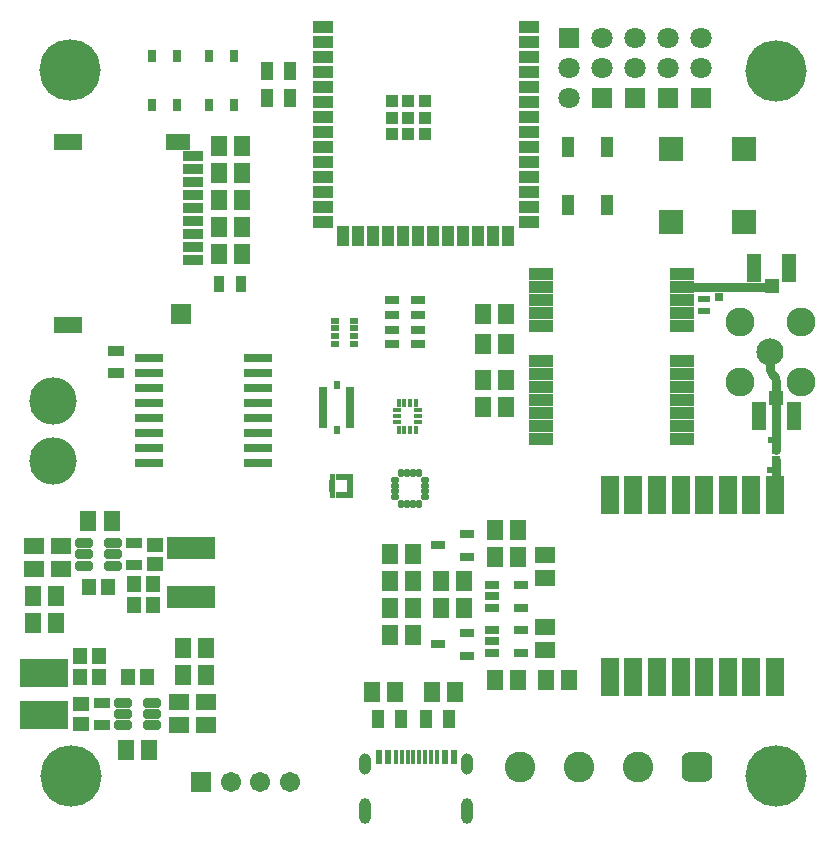
<source format=gts>
G04*
G04 #@! TF.GenerationSoftware,Altium Limited,Altium Designer,25.4.2 (15)*
G04*
G04 Layer_Color=8388736*
%FSLAX25Y25*%
%MOIN*%
G70*
G04*
G04 #@! TF.SameCoordinates,4685016B-83D2-4E7D-AD2A-A819038C0A47*
G04*
G04*
G04 #@! TF.FilePolarity,Negative*
G04*
G01*
G75*
%ADD31R,0.05512X0.03740*%
%ADD32R,0.03740X0.05512*%
%ADD33R,0.04747X0.05544*%
%ADD34R,0.05544X0.04747*%
%ADD42R,0.02559X0.04134*%
%ADD49R,0.02362X0.04528*%
%ADD50R,0.01181X0.04528*%
%ADD57C,0.02835*%
%ADD58R,0.04737X0.04934*%
%ADD59R,0.04934X0.09461*%
%ADD60R,0.03162X0.02926*%
%ADD61R,0.06509X0.05524*%
%ADD62R,0.16351X0.09658*%
%ADD63R,0.07887X0.07887*%
%ADD64R,0.01942X0.01981*%
%ADD65R,0.05524X0.06509*%
%ADD66R,0.04343X0.04343*%
%ADD67R,0.06706X0.04343*%
%ADD68R,0.04343X0.06706*%
%ADD69R,0.04737X0.03162*%
%ADD70R,0.05131X0.03162*%
G04:AMPARAMS|DCode=71|XSize=57.21mil|YSize=31.23mil|CornerRadius=6.9mil|HoleSize=0mil|Usage=FLASHONLY|Rotation=0.000|XOffset=0mil|YOffset=0mil|HoleType=Round|Shape=RoundedRectangle|*
%AMROUNDEDRECTD71*
21,1,0.05721,0.01742,0,0,0.0*
21,1,0.04341,0.03123,0,0,0.0*
1,1,0.01381,0.02170,-0.00871*
1,1,0.01381,-0.02170,-0.00871*
1,1,0.01381,-0.02170,0.00871*
1,1,0.01381,0.02170,0.00871*
%
%ADD71ROUNDEDRECTD71*%
%ADD72R,0.09461X0.05524*%
%ADD73R,0.07887X0.05524*%
%ADD74R,0.06706X0.07099*%
%ADD75R,0.07099X0.03556*%
%ADD76R,0.06312X0.12611*%
%ADD77R,0.04422X0.06233*%
G04:AMPARAMS|DCode=78|XSize=25.72mil|YSize=19.81mil|CornerRadius=5mil|HoleSize=0mil|Usage=FLASHONLY|Rotation=0.000|XOffset=0mil|YOffset=0mil|HoleType=Round|Shape=RoundedRectangle|*
%AMROUNDEDRECTD78*
21,1,0.02572,0.00980,0,0,0.0*
21,1,0.01571,0.01981,0,0,0.0*
1,1,0.01001,0.00785,-0.00490*
1,1,0.01001,-0.00785,-0.00490*
1,1,0.01001,-0.00785,0.00490*
1,1,0.01001,0.00785,0.00490*
%
%ADD78ROUNDEDRECTD78*%
G04:AMPARAMS|DCode=79|XSize=25.72mil|YSize=19.81mil|CornerRadius=5mil|HoleSize=0mil|Usage=FLASHONLY|Rotation=90.000|XOffset=0mil|YOffset=0mil|HoleType=Round|Shape=RoundedRectangle|*
%AMROUNDEDRECTD79*
21,1,0.02572,0.00980,0,0,90.0*
21,1,0.01571,0.01981,0,0,90.0*
1,1,0.01001,0.00490,0.00785*
1,1,0.01001,0.00490,-0.00785*
1,1,0.01001,-0.00490,-0.00785*
1,1,0.01001,-0.00490,0.00785*
%
%ADD79ROUNDEDRECTD79*%
%ADD80R,0.07887X0.03950*%
%ADD81R,0.16351X0.07493*%
%ADD82R,0.04343X0.06706*%
%ADD83R,0.09461X0.03162*%
%ADD84R,0.02769X0.02178*%
%ADD85R,0.03123X0.01981*%
%ADD86R,0.02178X0.03123*%
%ADD87R,0.02657X0.01654*%
%ADD88R,0.01654X0.02657*%
%ADD89C,0.10249*%
G04:AMPARAMS|DCode=90|XSize=102.49mil|YSize=102.49mil|CornerRadius=27.62mil|HoleSize=0mil|Usage=FLASHONLY|Rotation=180.000|XOffset=0mil|YOffset=0mil|HoleType=Round|Shape=RoundedRectangle|*
%AMROUNDEDRECTD90*
21,1,0.10249,0.04724,0,0,180.0*
21,1,0.04724,0.10249,0,0,180.0*
1,1,0.05524,-0.02362,0.02362*
1,1,0.05524,0.02362,0.02362*
1,1,0.05524,0.02362,-0.02362*
1,1,0.05524,-0.02362,-0.02362*
%
%ADD90ROUNDEDRECTD90*%
%ADD91C,0.09068*%
%ADD92C,0.09658*%
%ADD93R,0.06737X0.06737*%
%ADD94C,0.06737*%
%ADD95C,0.07119*%
%ADD96R,0.07119X0.07119*%
%ADD97C,0.15761*%
G04:AMPARAMS|DCode=98|XSize=39.37mil|YSize=70.87mil|CornerRadius=19.68mil|HoleSize=0mil|Usage=FLASHONLY|Rotation=0.000|XOffset=0mil|YOffset=0mil|HoleType=Round|Shape=RoundedRectangle|*
%AMROUNDEDRECTD98*
21,1,0.03937,0.03150,0,0,0.0*
21,1,0.00000,0.07087,0,0,0.0*
1,1,0.03937,0.00000,-0.01575*
1,1,0.03937,0.00000,-0.01575*
1,1,0.03937,0.00000,0.01575*
1,1,0.03937,0.00000,0.01575*
%
%ADD98ROUNDEDRECTD98*%
G04:AMPARAMS|DCode=99|XSize=39.37mil|YSize=86.61mil|CornerRadius=19.68mil|HoleSize=0mil|Usage=FLASHONLY|Rotation=0.000|XOffset=0mil|YOffset=0mil|HoleType=Round|Shape=RoundedRectangle|*
%AMROUNDEDRECTD99*
21,1,0.03937,0.04724,0,0,0.0*
21,1,0.00000,0.08661,0,0,0.0*
1,1,0.03937,0.00000,-0.02362*
1,1,0.03937,0.00000,-0.02362*
1,1,0.03937,0.00000,0.02362*
1,1,0.03937,0.00000,0.02362*
%
%ADD99ROUNDEDRECTD99*%
%ADD100C,0.20485*%
G36*
X105963Y114937D02*
Y116709D01*
X107833D01*
Y114937D01*
X105963D01*
D02*
G37*
G36*
X106061Y112870D02*
Y114740D01*
X107833D01*
Y112870D01*
X106061D01*
D02*
G37*
G36*
X108030D02*
Y114740D01*
X109802D01*
Y112870D01*
X108030D01*
D02*
G37*
G36*
X105963Y116905D02*
Y118677D01*
X107833D01*
Y116905D01*
X105963D01*
D02*
G37*
G36*
X106061Y118874D02*
Y120744D01*
X107833D01*
Y118874D01*
X106061D01*
D02*
G37*
G36*
X108030D02*
Y120744D01*
X109802D01*
Y118874D01*
X108030D01*
D02*
G37*
G36*
X109998Y112870D02*
Y114740D01*
X111770D01*
Y112870D01*
X109998D01*
D02*
G37*
G36*
X111967D02*
Y114740D01*
X113739D01*
Y112870D01*
X111967D01*
D02*
G37*
G36*
Y114937D02*
Y116709D01*
X113837D01*
Y114937D01*
X111967D01*
D02*
G37*
G36*
X109998Y118874D02*
Y120744D01*
X111770D01*
Y118874D01*
X109998D01*
D02*
G37*
G36*
X111967D02*
Y120744D01*
X113739D01*
Y118874D01*
X111967D01*
D02*
G37*
G36*
Y116905D02*
Y118677D01*
X113837D01*
Y116905D01*
X111967D01*
D02*
G37*
D31*
X30059Y44382D02*
D03*
Y37098D02*
D03*
X41000Y90358D02*
D03*
Y97642D02*
D03*
X35000Y154358D02*
D03*
Y161642D02*
D03*
D32*
X69358Y184000D02*
D03*
X76642D02*
D03*
D33*
X38747Y53000D02*
D03*
X45253D02*
D03*
X22747D02*
D03*
X29253D02*
D03*
X22747Y60000D02*
D03*
X29253D02*
D03*
X32253Y83000D02*
D03*
X25747D02*
D03*
X47253Y84000D02*
D03*
X40747D02*
D03*
X47253Y77000D02*
D03*
X40747D02*
D03*
D34*
X23059Y37487D02*
D03*
Y43993D02*
D03*
X48000Y97253D02*
D03*
Y90747D02*
D03*
D42*
X65768Y243831D02*
D03*
Y260169D02*
D03*
X74232Y243831D02*
D03*
Y260169D02*
D03*
X46768Y243831D02*
D03*
Y260169D02*
D03*
X55232Y243831D02*
D03*
Y260169D02*
D03*
D49*
X147598Y26484D02*
D03*
X144449D02*
D03*
X125551D02*
D03*
X122402D02*
D03*
D50*
X128110D02*
D03*
X130079D02*
D03*
X132047D02*
D03*
X134016D02*
D03*
X135984D02*
D03*
X137953D02*
D03*
X139921D02*
D03*
X141890D02*
D03*
D57*
X255000Y151793D02*
G03*
X254500Y153000I-1707J0D01*
G01*
X253000Y155500D02*
G03*
X253707Y153793I2414J0D01*
G01*
X236000Y183201D02*
X253205D01*
X226535Y183202D02*
X235449D01*
X255000Y146004D02*
Y151793D01*
X253707Y153793D02*
X254500Y153000D01*
X255000Y128701D02*
Y146004D01*
X253000Y155500D02*
Y163000D01*
X255000Y114256D02*
Y125299D01*
D58*
Y146004D02*
D03*
X253500Y183496D02*
D03*
D59*
X260807Y140000D02*
D03*
X249193D02*
D03*
X247693Y189500D02*
D03*
X259307D02*
D03*
D60*
X255000Y125299D02*
D03*
Y128701D02*
D03*
X236000Y183201D02*
D03*
Y179799D02*
D03*
D61*
X178000Y93937D02*
D03*
Y86063D02*
D03*
X65000Y37063D02*
D03*
Y44937D02*
D03*
X7500Y96937D02*
D03*
Y89063D02*
D03*
X56000Y37063D02*
D03*
Y44937D02*
D03*
X16500Y96937D02*
D03*
Y89063D02*
D03*
X178000Y62063D02*
D03*
Y69937D02*
D03*
D62*
X11000Y54500D02*
D03*
Y40524D02*
D03*
D63*
X219894Y204894D02*
D03*
X244106D02*
D03*
Y229106D02*
D03*
X219894D02*
D03*
D64*
X230000Y175000D02*
D03*
X231748D02*
D03*
X253126Y132000D02*
D03*
X254874D02*
D03*
X253000Y122000D02*
D03*
X254748D02*
D03*
X230000Y179000D02*
D03*
X231748D02*
D03*
D65*
X45996Y28740D02*
D03*
X38122D02*
D03*
X25563Y105000D02*
D03*
X33437D02*
D03*
X76937Y221000D02*
D03*
X69063D02*
D03*
X76937Y212000D02*
D03*
X69063D02*
D03*
X76937Y230000D02*
D03*
X69063D02*
D03*
X76937Y203000D02*
D03*
X69063D02*
D03*
X76937Y194000D02*
D03*
X69063D02*
D03*
X143063Y85000D02*
D03*
X150937D02*
D03*
X168937Y52000D02*
D03*
X161063D02*
D03*
X178063D02*
D03*
X185937D02*
D03*
X64996Y53740D02*
D03*
X57122D02*
D03*
X7063Y80000D02*
D03*
X14937D02*
D03*
X164937Y143000D02*
D03*
X157063D02*
D03*
Y164000D02*
D03*
X164937D02*
D03*
Y152000D02*
D03*
X157063D02*
D03*
X133937Y85000D02*
D03*
X126063D02*
D03*
X133937Y94000D02*
D03*
X126063D02*
D03*
X161063Y102000D02*
D03*
X168937D02*
D03*
X161063Y93000D02*
D03*
X168937D02*
D03*
X133937Y76000D02*
D03*
X126063D02*
D03*
X133937Y67000D02*
D03*
X126063D02*
D03*
X143063Y76000D02*
D03*
X150937D02*
D03*
X164937Y174000D02*
D03*
X157063D02*
D03*
X120063Y48000D02*
D03*
X127937D02*
D03*
X147937D02*
D03*
X140063D02*
D03*
X57059Y62740D02*
D03*
X64933D02*
D03*
X14937Y71000D02*
D03*
X7063D02*
D03*
D66*
X132244Y239488D02*
D03*
X126732D02*
D03*
X137756D02*
D03*
X126732Y233976D02*
D03*
X132244D02*
D03*
X137756D02*
D03*
X126732Y245000D02*
D03*
X132244D02*
D03*
X137756D02*
D03*
D67*
X103701Y269882D02*
D03*
Y264882D02*
D03*
Y259882D02*
D03*
Y254882D02*
D03*
Y249882D02*
D03*
Y244882D02*
D03*
Y239882D02*
D03*
Y234882D02*
D03*
Y229882D02*
D03*
Y224882D02*
D03*
Y219882D02*
D03*
Y214882D02*
D03*
Y209882D02*
D03*
Y204882D02*
D03*
X172598D02*
D03*
Y209882D02*
D03*
Y214882D02*
D03*
Y219882D02*
D03*
Y224882D02*
D03*
Y229882D02*
D03*
Y234882D02*
D03*
Y239882D02*
D03*
Y244882D02*
D03*
Y249882D02*
D03*
Y254882D02*
D03*
Y259882D02*
D03*
Y264882D02*
D03*
Y269882D02*
D03*
D68*
X110650Y199961D02*
D03*
X115650D02*
D03*
X120650D02*
D03*
X125650D02*
D03*
X130650D02*
D03*
X135650D02*
D03*
X140650D02*
D03*
X145650D02*
D03*
X150650D02*
D03*
X155650D02*
D03*
X160650D02*
D03*
X165650D02*
D03*
D69*
X160276Y83740D02*
D03*
Y80000D02*
D03*
Y76260D02*
D03*
X169724D02*
D03*
Y83740D02*
D03*
X160276Y68740D02*
D03*
Y65000D02*
D03*
Y61260D02*
D03*
X169724D02*
D03*
Y68740D02*
D03*
X142276Y97000D02*
D03*
X151724Y100740D02*
D03*
Y93260D02*
D03*
X142276Y64000D02*
D03*
X151724Y67740D02*
D03*
Y60260D02*
D03*
D70*
X135661Y164000D02*
D03*
X127000D02*
D03*
X135661Y168921D02*
D03*
Y173843D02*
D03*
Y178764D02*
D03*
X127000D02*
D03*
Y173843D02*
D03*
Y168921D02*
D03*
D71*
X37118Y44480D02*
D03*
Y40740D02*
D03*
Y37000D02*
D03*
X47000D02*
D03*
Y40740D02*
D03*
Y44480D02*
D03*
X34000Y90260D02*
D03*
Y94000D02*
D03*
Y97740D02*
D03*
X24118D02*
D03*
Y94000D02*
D03*
Y90260D02*
D03*
D72*
X18779Y231512D02*
D03*
Y170488D02*
D03*
D73*
X55394Y231512D02*
D03*
D74*
X56378Y174031D02*
D03*
D75*
X60512Y226787D02*
D03*
Y222457D02*
D03*
Y218126D02*
D03*
Y213795D02*
D03*
Y209465D02*
D03*
Y205134D02*
D03*
Y200803D02*
D03*
Y196472D02*
D03*
Y192142D02*
D03*
D76*
X199441Y113815D02*
D03*
X207315D02*
D03*
X215189D02*
D03*
X223063D02*
D03*
X230937D02*
D03*
X238811D02*
D03*
X246685D02*
D03*
X254559D02*
D03*
Y53185D02*
D03*
X246685D02*
D03*
X238811D02*
D03*
X230937D02*
D03*
X223063D02*
D03*
X215189D02*
D03*
X207315D02*
D03*
X199441D02*
D03*
D77*
X85240Y255000D02*
D03*
X92760D02*
D03*
X85240Y246000D02*
D03*
X92760D02*
D03*
X138240Y39000D02*
D03*
X145760D02*
D03*
X129760D02*
D03*
X122240D02*
D03*
D78*
X127961Y118905D02*
D03*
Y116937D02*
D03*
Y114969D02*
D03*
Y113000D02*
D03*
X138000D02*
D03*
Y114969D02*
D03*
Y116937D02*
D03*
Y118905D02*
D03*
D79*
X130027Y110933D02*
D03*
X131996D02*
D03*
X133965D02*
D03*
X135933D02*
D03*
Y120973D02*
D03*
X133965D02*
D03*
X131996D02*
D03*
X130027D02*
D03*
D80*
X223622Y132441D02*
D03*
Y136772D02*
D03*
Y141102D02*
D03*
Y145433D02*
D03*
Y149764D02*
D03*
Y154095D02*
D03*
Y158425D02*
D03*
Y170236D02*
D03*
Y174567D02*
D03*
Y178898D02*
D03*
Y183228D02*
D03*
Y187559D02*
D03*
X176378D02*
D03*
Y183228D02*
D03*
Y178898D02*
D03*
Y174567D02*
D03*
Y170236D02*
D03*
Y158425D02*
D03*
Y154095D02*
D03*
Y149764D02*
D03*
Y145433D02*
D03*
Y141102D02*
D03*
Y136772D02*
D03*
Y132441D02*
D03*
D81*
X60000Y79929D02*
D03*
Y96071D02*
D03*
D82*
X198496Y229646D02*
D03*
X185504D02*
D03*
Y210354D02*
D03*
X198496D02*
D03*
D83*
X82110Y159500D02*
D03*
Y154500D02*
D03*
X45890Y124500D02*
D03*
X82110Y129500D02*
D03*
X45890D02*
D03*
Y139500D02*
D03*
X82110Y124500D02*
D03*
X45890Y134500D02*
D03*
X82110D02*
D03*
Y139500D02*
D03*
Y149500D02*
D03*
X45890Y144500D02*
D03*
Y149500D02*
D03*
Y159500D02*
D03*
X82110Y144500D02*
D03*
X45890Y154500D02*
D03*
D84*
X107850Y164161D02*
D03*
X114150D02*
D03*
Y171839D02*
D03*
X107850D02*
D03*
Y166720D02*
D03*
X114150D02*
D03*
X107850Y169280D02*
D03*
X114150D02*
D03*
D85*
X113000Y148874D02*
D03*
Y137063D02*
D03*
Y139032D02*
D03*
Y141000D02*
D03*
Y142968D02*
D03*
Y144937D02*
D03*
Y146906D02*
D03*
X103827Y148874D02*
D03*
Y146906D02*
D03*
Y144937D02*
D03*
Y142968D02*
D03*
Y141000D02*
D03*
Y139032D02*
D03*
Y137063D02*
D03*
D86*
X108413Y150508D02*
D03*
Y135429D02*
D03*
D87*
X128408Y141969D02*
D03*
Y140000D02*
D03*
Y138031D02*
D03*
X135592D02*
D03*
Y140000D02*
D03*
Y141969D02*
D03*
D88*
X134953Y144577D02*
D03*
X132984D02*
D03*
X131016D02*
D03*
X129047D02*
D03*
Y135423D02*
D03*
X131016D02*
D03*
X132984D02*
D03*
X134953D02*
D03*
D89*
X209004Y23016D02*
D03*
X189319D02*
D03*
X169634D02*
D03*
D90*
X228689D02*
D03*
D91*
X253000Y161500D02*
D03*
D92*
X242961Y171539D02*
D03*
X263039D02*
D03*
Y151461D02*
D03*
X242961D02*
D03*
D93*
X63236Y18067D02*
D03*
D94*
X73079D02*
D03*
X92764D02*
D03*
X82921D02*
D03*
D95*
X186000Y246000D02*
D03*
Y256000D02*
D03*
X197000Y266000D02*
D03*
Y256000D02*
D03*
X219000Y266000D02*
D03*
Y256000D02*
D03*
X208000Y266000D02*
D03*
Y256000D02*
D03*
X230000Y266000D02*
D03*
Y256000D02*
D03*
D96*
X186000Y266000D02*
D03*
X197000Y246000D02*
D03*
X219000D02*
D03*
X208000D02*
D03*
X230000D02*
D03*
D97*
X14000Y145000D02*
D03*
Y125000D02*
D03*
D98*
X152008Y24220D02*
D03*
X117992D02*
D03*
D99*
X152008Y8472D02*
D03*
X117992D02*
D03*
D100*
X19594Y255315D02*
D03*
X255000Y255000D02*
D03*
Y20000D02*
D03*
X20000D02*
D03*
M02*

</source>
